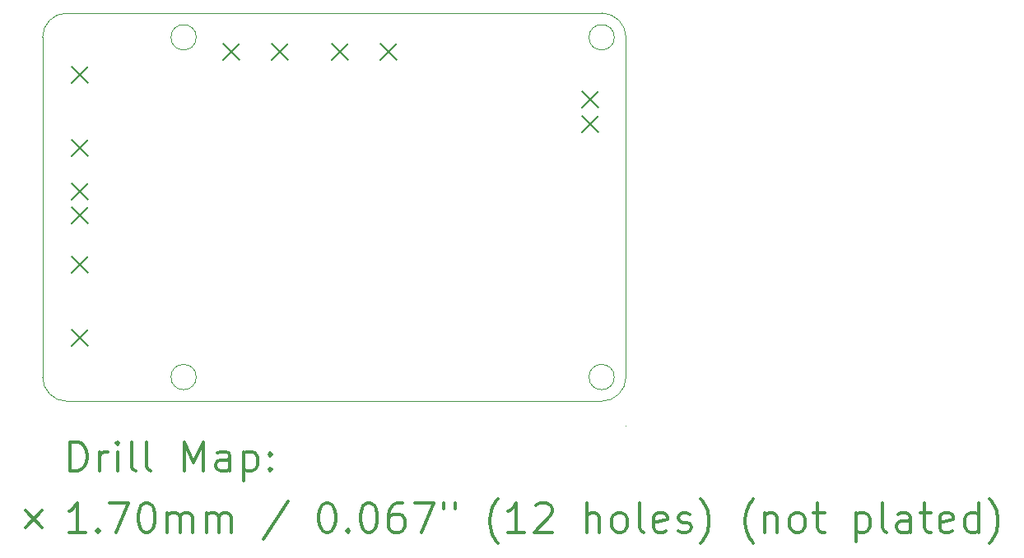
<source format=gbr>
%FSLAX45Y45*%
G04 Gerber Fmt 4.5, Leading zero omitted, Abs format (unit mm)*
G04 Created by KiCad (PCBNEW (5.1.8)-1) date 2021-05-07 13:21:57*
%MOMM*%
%LPD*%
G01*
G04 APERTURE LIST*
%TA.AperFunction,Profile*%
%ADD10C,0.050000*%
%TD*%
%ADD11C,0.200000*%
%ADD12C,0.300000*%
G04 APERTURE END LIST*
D10*
X5500000Y-6750000D02*
G75*
G02*
X5750000Y-6500000I250000J0D01*
G01*
X5750000Y-10500000D02*
G75*
G02*
X5500000Y-10250000I0J250000D01*
G01*
X11500000Y-10750000D02*
X11500000Y-10750000D01*
X11250000Y-6500000D02*
G75*
G02*
X11500000Y-6750000I0J-250000D01*
G01*
X11500000Y-10250000D02*
G75*
G02*
X11250000Y-10500000I-250000J0D01*
G01*
X7080000Y-6750000D02*
G75*
G03*
X7080000Y-6750000I-130000J0D01*
G01*
X7080000Y-10250000D02*
G75*
G03*
X7080000Y-10250000I-130000J0D01*
G01*
X11380000Y-6750000D02*
G75*
G03*
X11380000Y-6750000I-130000J0D01*
G01*
X11380000Y-10250000D02*
G75*
G03*
X11380000Y-10250000I-130000J0D01*
G01*
X5750000Y-10500000D02*
X11250000Y-10500000D01*
X11500000Y-6750000D02*
X11500000Y-10250000D01*
X5750000Y-6500000D02*
X11250000Y-6500000D01*
X5500000Y-6750000D02*
X5500000Y-10250000D01*
D11*
X11047000Y-7306400D02*
X11217000Y-7476400D01*
X11217000Y-7306400D02*
X11047000Y-7476400D01*
X11047000Y-7556400D02*
X11217000Y-7726400D01*
X11217000Y-7556400D02*
X11047000Y-7726400D01*
X5801000Y-7051700D02*
X5971000Y-7221700D01*
X5971000Y-7051700D02*
X5801000Y-7221700D01*
X5801000Y-8250200D02*
X5971000Y-8420200D01*
X5971000Y-8250200D02*
X5801000Y-8420200D01*
X5801000Y-8500200D02*
X5971000Y-8670200D01*
X5971000Y-8500200D02*
X5801000Y-8670200D01*
X7357200Y-6817000D02*
X7527200Y-6987000D01*
X7527200Y-6817000D02*
X7357200Y-6987000D01*
X7857200Y-6817000D02*
X8027200Y-6987000D01*
X8027200Y-6817000D02*
X7857200Y-6987000D01*
X8474800Y-6817000D02*
X8644800Y-6987000D01*
X8644800Y-6817000D02*
X8474800Y-6987000D01*
X8974800Y-6817000D02*
X9144800Y-6987000D01*
X9144800Y-6817000D02*
X8974800Y-6987000D01*
X5801000Y-9007500D02*
X5971000Y-9177500D01*
X5971000Y-9007500D02*
X5801000Y-9177500D01*
X5801000Y-9757500D02*
X5971000Y-9927500D01*
X5971000Y-9757500D02*
X5801000Y-9927500D01*
X5801000Y-7801700D02*
X5971000Y-7971700D01*
X5971000Y-7801700D02*
X5801000Y-7971700D01*
D12*
X5783928Y-11218214D02*
X5783928Y-10918214D01*
X5855357Y-10918214D01*
X5898214Y-10932500D01*
X5926786Y-10961072D01*
X5941071Y-10989643D01*
X5955357Y-11046786D01*
X5955357Y-11089643D01*
X5941071Y-11146786D01*
X5926786Y-11175357D01*
X5898214Y-11203929D01*
X5855357Y-11218214D01*
X5783928Y-11218214D01*
X6083928Y-11218214D02*
X6083928Y-11018214D01*
X6083928Y-11075357D02*
X6098214Y-11046786D01*
X6112500Y-11032500D01*
X6141071Y-11018214D01*
X6169643Y-11018214D01*
X6269643Y-11218214D02*
X6269643Y-11018214D01*
X6269643Y-10918214D02*
X6255357Y-10932500D01*
X6269643Y-10946786D01*
X6283928Y-10932500D01*
X6269643Y-10918214D01*
X6269643Y-10946786D01*
X6455357Y-11218214D02*
X6426786Y-11203929D01*
X6412500Y-11175357D01*
X6412500Y-10918214D01*
X6612500Y-11218214D02*
X6583928Y-11203929D01*
X6569643Y-11175357D01*
X6569643Y-10918214D01*
X6955357Y-11218214D02*
X6955357Y-10918214D01*
X7055357Y-11132500D01*
X7155357Y-10918214D01*
X7155357Y-11218214D01*
X7426786Y-11218214D02*
X7426786Y-11061072D01*
X7412500Y-11032500D01*
X7383928Y-11018214D01*
X7326786Y-11018214D01*
X7298214Y-11032500D01*
X7426786Y-11203929D02*
X7398214Y-11218214D01*
X7326786Y-11218214D01*
X7298214Y-11203929D01*
X7283928Y-11175357D01*
X7283928Y-11146786D01*
X7298214Y-11118214D01*
X7326786Y-11103929D01*
X7398214Y-11103929D01*
X7426786Y-11089643D01*
X7569643Y-11018214D02*
X7569643Y-11318214D01*
X7569643Y-11032500D02*
X7598214Y-11018214D01*
X7655357Y-11018214D01*
X7683928Y-11032500D01*
X7698214Y-11046786D01*
X7712500Y-11075357D01*
X7712500Y-11161072D01*
X7698214Y-11189643D01*
X7683928Y-11203929D01*
X7655357Y-11218214D01*
X7598214Y-11218214D01*
X7569643Y-11203929D01*
X7841071Y-11189643D02*
X7855357Y-11203929D01*
X7841071Y-11218214D01*
X7826786Y-11203929D01*
X7841071Y-11189643D01*
X7841071Y-11218214D01*
X7841071Y-11032500D02*
X7855357Y-11046786D01*
X7841071Y-11061072D01*
X7826786Y-11046786D01*
X7841071Y-11032500D01*
X7841071Y-11061072D01*
X5327500Y-11627500D02*
X5497500Y-11797500D01*
X5497500Y-11627500D02*
X5327500Y-11797500D01*
X5941071Y-11848214D02*
X5769643Y-11848214D01*
X5855357Y-11848214D02*
X5855357Y-11548214D01*
X5826786Y-11591071D01*
X5798214Y-11619643D01*
X5769643Y-11633929D01*
X6069643Y-11819643D02*
X6083928Y-11833929D01*
X6069643Y-11848214D01*
X6055357Y-11833929D01*
X6069643Y-11819643D01*
X6069643Y-11848214D01*
X6183928Y-11548214D02*
X6383928Y-11548214D01*
X6255357Y-11848214D01*
X6555357Y-11548214D02*
X6583928Y-11548214D01*
X6612500Y-11562500D01*
X6626786Y-11576786D01*
X6641071Y-11605357D01*
X6655357Y-11662500D01*
X6655357Y-11733929D01*
X6641071Y-11791071D01*
X6626786Y-11819643D01*
X6612500Y-11833929D01*
X6583928Y-11848214D01*
X6555357Y-11848214D01*
X6526786Y-11833929D01*
X6512500Y-11819643D01*
X6498214Y-11791071D01*
X6483928Y-11733929D01*
X6483928Y-11662500D01*
X6498214Y-11605357D01*
X6512500Y-11576786D01*
X6526786Y-11562500D01*
X6555357Y-11548214D01*
X6783928Y-11848214D02*
X6783928Y-11648214D01*
X6783928Y-11676786D02*
X6798214Y-11662500D01*
X6826786Y-11648214D01*
X6869643Y-11648214D01*
X6898214Y-11662500D01*
X6912500Y-11691071D01*
X6912500Y-11848214D01*
X6912500Y-11691071D02*
X6926786Y-11662500D01*
X6955357Y-11648214D01*
X6998214Y-11648214D01*
X7026786Y-11662500D01*
X7041071Y-11691071D01*
X7041071Y-11848214D01*
X7183928Y-11848214D02*
X7183928Y-11648214D01*
X7183928Y-11676786D02*
X7198214Y-11662500D01*
X7226786Y-11648214D01*
X7269643Y-11648214D01*
X7298214Y-11662500D01*
X7312500Y-11691071D01*
X7312500Y-11848214D01*
X7312500Y-11691071D02*
X7326786Y-11662500D01*
X7355357Y-11648214D01*
X7398214Y-11648214D01*
X7426786Y-11662500D01*
X7441071Y-11691071D01*
X7441071Y-11848214D01*
X8026786Y-11533929D02*
X7769643Y-11919643D01*
X8412500Y-11548214D02*
X8441071Y-11548214D01*
X8469643Y-11562500D01*
X8483928Y-11576786D01*
X8498214Y-11605357D01*
X8512500Y-11662500D01*
X8512500Y-11733929D01*
X8498214Y-11791071D01*
X8483928Y-11819643D01*
X8469643Y-11833929D01*
X8441071Y-11848214D01*
X8412500Y-11848214D01*
X8383928Y-11833929D01*
X8369643Y-11819643D01*
X8355357Y-11791071D01*
X8341071Y-11733929D01*
X8341071Y-11662500D01*
X8355357Y-11605357D01*
X8369643Y-11576786D01*
X8383928Y-11562500D01*
X8412500Y-11548214D01*
X8641071Y-11819643D02*
X8655357Y-11833929D01*
X8641071Y-11848214D01*
X8626786Y-11833929D01*
X8641071Y-11819643D01*
X8641071Y-11848214D01*
X8841071Y-11548214D02*
X8869643Y-11548214D01*
X8898214Y-11562500D01*
X8912500Y-11576786D01*
X8926786Y-11605357D01*
X8941071Y-11662500D01*
X8941071Y-11733929D01*
X8926786Y-11791071D01*
X8912500Y-11819643D01*
X8898214Y-11833929D01*
X8869643Y-11848214D01*
X8841071Y-11848214D01*
X8812500Y-11833929D01*
X8798214Y-11819643D01*
X8783928Y-11791071D01*
X8769643Y-11733929D01*
X8769643Y-11662500D01*
X8783928Y-11605357D01*
X8798214Y-11576786D01*
X8812500Y-11562500D01*
X8841071Y-11548214D01*
X9198214Y-11548214D02*
X9141071Y-11548214D01*
X9112500Y-11562500D01*
X9098214Y-11576786D01*
X9069643Y-11619643D01*
X9055357Y-11676786D01*
X9055357Y-11791071D01*
X9069643Y-11819643D01*
X9083928Y-11833929D01*
X9112500Y-11848214D01*
X9169643Y-11848214D01*
X9198214Y-11833929D01*
X9212500Y-11819643D01*
X9226786Y-11791071D01*
X9226786Y-11719643D01*
X9212500Y-11691071D01*
X9198214Y-11676786D01*
X9169643Y-11662500D01*
X9112500Y-11662500D01*
X9083928Y-11676786D01*
X9069643Y-11691071D01*
X9055357Y-11719643D01*
X9326786Y-11548214D02*
X9526786Y-11548214D01*
X9398214Y-11848214D01*
X9626786Y-11548214D02*
X9626786Y-11605357D01*
X9741071Y-11548214D02*
X9741071Y-11605357D01*
X10183928Y-11962500D02*
X10169643Y-11948214D01*
X10141071Y-11905357D01*
X10126786Y-11876786D01*
X10112500Y-11833929D01*
X10098214Y-11762500D01*
X10098214Y-11705357D01*
X10112500Y-11633929D01*
X10126786Y-11591071D01*
X10141071Y-11562500D01*
X10169643Y-11519643D01*
X10183928Y-11505357D01*
X10455357Y-11848214D02*
X10283928Y-11848214D01*
X10369643Y-11848214D02*
X10369643Y-11548214D01*
X10341071Y-11591071D01*
X10312500Y-11619643D01*
X10283928Y-11633929D01*
X10569643Y-11576786D02*
X10583928Y-11562500D01*
X10612500Y-11548214D01*
X10683928Y-11548214D01*
X10712500Y-11562500D01*
X10726786Y-11576786D01*
X10741071Y-11605357D01*
X10741071Y-11633929D01*
X10726786Y-11676786D01*
X10555357Y-11848214D01*
X10741071Y-11848214D01*
X11098214Y-11848214D02*
X11098214Y-11548214D01*
X11226786Y-11848214D02*
X11226786Y-11691071D01*
X11212500Y-11662500D01*
X11183928Y-11648214D01*
X11141071Y-11648214D01*
X11112500Y-11662500D01*
X11098214Y-11676786D01*
X11412500Y-11848214D02*
X11383928Y-11833929D01*
X11369643Y-11819643D01*
X11355357Y-11791071D01*
X11355357Y-11705357D01*
X11369643Y-11676786D01*
X11383928Y-11662500D01*
X11412500Y-11648214D01*
X11455357Y-11648214D01*
X11483928Y-11662500D01*
X11498214Y-11676786D01*
X11512500Y-11705357D01*
X11512500Y-11791071D01*
X11498214Y-11819643D01*
X11483928Y-11833929D01*
X11455357Y-11848214D01*
X11412500Y-11848214D01*
X11683928Y-11848214D02*
X11655357Y-11833929D01*
X11641071Y-11805357D01*
X11641071Y-11548214D01*
X11912500Y-11833929D02*
X11883928Y-11848214D01*
X11826786Y-11848214D01*
X11798214Y-11833929D01*
X11783928Y-11805357D01*
X11783928Y-11691071D01*
X11798214Y-11662500D01*
X11826786Y-11648214D01*
X11883928Y-11648214D01*
X11912500Y-11662500D01*
X11926786Y-11691071D01*
X11926786Y-11719643D01*
X11783928Y-11748214D01*
X12041071Y-11833929D02*
X12069643Y-11848214D01*
X12126786Y-11848214D01*
X12155357Y-11833929D01*
X12169643Y-11805357D01*
X12169643Y-11791071D01*
X12155357Y-11762500D01*
X12126786Y-11748214D01*
X12083928Y-11748214D01*
X12055357Y-11733929D01*
X12041071Y-11705357D01*
X12041071Y-11691071D01*
X12055357Y-11662500D01*
X12083928Y-11648214D01*
X12126786Y-11648214D01*
X12155357Y-11662500D01*
X12269643Y-11962500D02*
X12283928Y-11948214D01*
X12312500Y-11905357D01*
X12326786Y-11876786D01*
X12341071Y-11833929D01*
X12355357Y-11762500D01*
X12355357Y-11705357D01*
X12341071Y-11633929D01*
X12326786Y-11591071D01*
X12312500Y-11562500D01*
X12283928Y-11519643D01*
X12269643Y-11505357D01*
X12812500Y-11962500D02*
X12798214Y-11948214D01*
X12769643Y-11905357D01*
X12755357Y-11876786D01*
X12741071Y-11833929D01*
X12726786Y-11762500D01*
X12726786Y-11705357D01*
X12741071Y-11633929D01*
X12755357Y-11591071D01*
X12769643Y-11562500D01*
X12798214Y-11519643D01*
X12812500Y-11505357D01*
X12926786Y-11648214D02*
X12926786Y-11848214D01*
X12926786Y-11676786D02*
X12941071Y-11662500D01*
X12969643Y-11648214D01*
X13012500Y-11648214D01*
X13041071Y-11662500D01*
X13055357Y-11691071D01*
X13055357Y-11848214D01*
X13241071Y-11848214D02*
X13212500Y-11833929D01*
X13198214Y-11819643D01*
X13183928Y-11791071D01*
X13183928Y-11705357D01*
X13198214Y-11676786D01*
X13212500Y-11662500D01*
X13241071Y-11648214D01*
X13283928Y-11648214D01*
X13312500Y-11662500D01*
X13326786Y-11676786D01*
X13341071Y-11705357D01*
X13341071Y-11791071D01*
X13326786Y-11819643D01*
X13312500Y-11833929D01*
X13283928Y-11848214D01*
X13241071Y-11848214D01*
X13426786Y-11648214D02*
X13541071Y-11648214D01*
X13469643Y-11548214D02*
X13469643Y-11805357D01*
X13483928Y-11833929D01*
X13512500Y-11848214D01*
X13541071Y-11848214D01*
X13869643Y-11648214D02*
X13869643Y-11948214D01*
X13869643Y-11662500D02*
X13898214Y-11648214D01*
X13955357Y-11648214D01*
X13983928Y-11662500D01*
X13998214Y-11676786D01*
X14012500Y-11705357D01*
X14012500Y-11791071D01*
X13998214Y-11819643D01*
X13983928Y-11833929D01*
X13955357Y-11848214D01*
X13898214Y-11848214D01*
X13869643Y-11833929D01*
X14183928Y-11848214D02*
X14155357Y-11833929D01*
X14141071Y-11805357D01*
X14141071Y-11548214D01*
X14426786Y-11848214D02*
X14426786Y-11691071D01*
X14412500Y-11662500D01*
X14383928Y-11648214D01*
X14326786Y-11648214D01*
X14298214Y-11662500D01*
X14426786Y-11833929D02*
X14398214Y-11848214D01*
X14326786Y-11848214D01*
X14298214Y-11833929D01*
X14283928Y-11805357D01*
X14283928Y-11776786D01*
X14298214Y-11748214D01*
X14326786Y-11733929D01*
X14398214Y-11733929D01*
X14426786Y-11719643D01*
X14526786Y-11648214D02*
X14641071Y-11648214D01*
X14569643Y-11548214D02*
X14569643Y-11805357D01*
X14583928Y-11833929D01*
X14612500Y-11848214D01*
X14641071Y-11848214D01*
X14855357Y-11833929D02*
X14826786Y-11848214D01*
X14769643Y-11848214D01*
X14741071Y-11833929D01*
X14726786Y-11805357D01*
X14726786Y-11691071D01*
X14741071Y-11662500D01*
X14769643Y-11648214D01*
X14826786Y-11648214D01*
X14855357Y-11662500D01*
X14869643Y-11691071D01*
X14869643Y-11719643D01*
X14726786Y-11748214D01*
X15126786Y-11848214D02*
X15126786Y-11548214D01*
X15126786Y-11833929D02*
X15098214Y-11848214D01*
X15041071Y-11848214D01*
X15012500Y-11833929D01*
X14998214Y-11819643D01*
X14983928Y-11791071D01*
X14983928Y-11705357D01*
X14998214Y-11676786D01*
X15012500Y-11662500D01*
X15041071Y-11648214D01*
X15098214Y-11648214D01*
X15126786Y-11662500D01*
X15241071Y-11962500D02*
X15255357Y-11948214D01*
X15283928Y-11905357D01*
X15298214Y-11876786D01*
X15312500Y-11833929D01*
X15326786Y-11762500D01*
X15326786Y-11705357D01*
X15312500Y-11633929D01*
X15298214Y-11591071D01*
X15283928Y-11562500D01*
X15255357Y-11519643D01*
X15241071Y-11505357D01*
M02*

</source>
